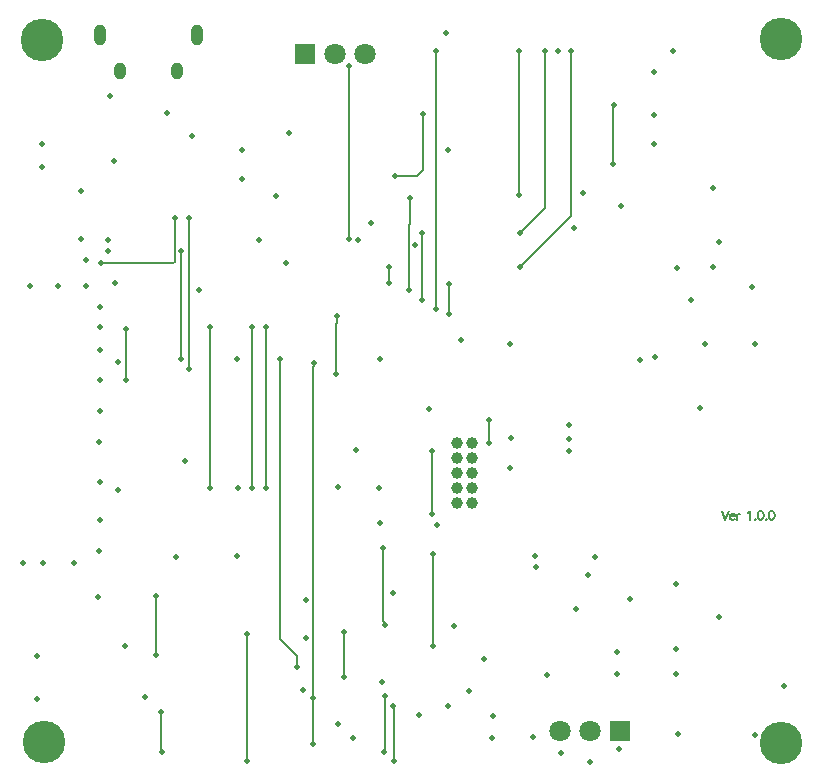
<source format=gbl>
G04*
G04 #@! TF.GenerationSoftware,Altium Limited,Altium Designer,23.1.1 (15)*
G04*
G04 Layer_Physical_Order=4*
G04 Layer_Color=16711680*
%FSLAX44Y44*%
%MOMM*%
G71*
G04*
G04 #@! TF.SameCoordinates,A7A263A4-54A1-4128-965A-35385578E642*
G04*
G04*
G04 #@! TF.FilePolarity,Positive*
G04*
G01*
G75*
%ADD18C,0.2032*%
%ADD113C,1.8000*%
%ADD114R,1.8000X1.8000*%
%ADD115C,1.0058*%
%ADD116O,1.0000X1.8000*%
%ADD117O,1.0000X1.4600*%
%ADD118C,3.6000*%
%ADD119C,0.5080*%
D18*
X280162Y79502D02*
Y117856D01*
X355055Y105546D02*
Y183257D01*
X314325Y16383D02*
Y62593D01*
X321945Y8255D02*
Y54017D01*
X314325Y62593D02*
X314706Y62974D01*
X313944Y16002D02*
X314325Y16383D01*
X321564Y54398D02*
X321945Y54017D01*
X125095Y16637D02*
X125476Y16256D01*
X125095Y16637D02*
Y48983D01*
X124714Y49364D02*
X125095Y48983D01*
X321945Y8255D02*
X322326Y7874D01*
X314706Y123698D02*
Y124523D01*
X312674Y126555D02*
Y188976D01*
Y126555D02*
X314706Y124523D01*
X253673Y61752D02*
Y342472D01*
X254179Y344603D02*
X254762Y345186D01*
X254179Y342977D02*
Y344603D01*
X253673Y342472D02*
X254179Y342977D01*
X253673Y22982D02*
Y61752D01*
X402899Y277114D02*
Y297180D01*
X354255Y217424D02*
Y270856D01*
X317881Y413131D02*
Y426339D01*
X317500Y412750D02*
X317881Y413131D01*
X334878Y435343D02*
X335073Y435149D01*
Y406699D02*
Y435149D01*
X334878Y435343D02*
Y462384D01*
X317881Y426339D02*
X318262Y426720D01*
X334878Y462384D02*
X335514Y463021D01*
X472263Y469977D02*
Y609020D01*
X429006Y426720D02*
X472263Y469977D01*
X335398Y485035D02*
X335514Y484919D01*
Y463021D02*
Y484919D01*
X346941Y508739D02*
Y556028D01*
X341758Y503556D02*
X346941Y508739D01*
X240167Y88226D02*
Y96958D01*
X225953Y111172D02*
X240167Y96958D01*
X197907Y8423D02*
X197948Y8382D01*
X197866Y115824D02*
X197907Y115783D01*
Y8423D02*
Y115783D01*
X345435Y398502D02*
Y455014D01*
X95023Y374170D02*
X95264Y373929D01*
Y331456D02*
Y373929D01*
Y331456D02*
X95504Y331216D01*
X135007Y429768D02*
X136273Y431034D01*
X74213Y429768D02*
X135007D01*
X136273Y431034D02*
Y468276D01*
X141853Y348408D02*
Y440332D01*
X148336Y340378D02*
Y467872D01*
X429006Y455359D02*
X450263Y476616D01*
X428263Y487212D02*
Y608956D01*
X369062Y387099D02*
Y411734D01*
X450263Y476616D02*
Y608956D01*
X507795Y513992D02*
Y563126D01*
X508032Y563363D01*
X357806Y390652D02*
Y608956D01*
X273330Y378738D02*
X273978Y379386D01*
Y385342D01*
X273330Y335534D02*
Y378738D01*
X284226Y449834D02*
Y596392D01*
X322662Y503556D02*
X341758D01*
X120574Y97726D02*
Y147645D01*
Y97726D02*
X120659Y97642D01*
X120489Y147730D02*
X120574Y147645D01*
X225953Y111172D02*
Y348408D01*
X507559Y513755D02*
X507795Y513992D01*
X166161Y239730D02*
X166370Y239522D01*
X165953Y375412D02*
X166161Y375204D01*
Y239730D02*
Y375204D01*
X201756Y239719D02*
Y375215D01*
Y239719D02*
X201953Y239522D01*
X201558Y375412D02*
X201756Y375215D01*
X213953Y239522D02*
Y375412D01*
X599753Y219962D02*
X602655Y212344D01*
X605558Y219962D02*
X602655Y212344D01*
X606537Y215246D02*
X610891D01*
Y215972D01*
X610528Y216697D01*
X610165Y217060D01*
X609439Y217423D01*
X608351D01*
X607626Y217060D01*
X606900Y216335D01*
X606537Y215246D01*
Y214521D01*
X606900Y213432D01*
X607626Y212707D01*
X608351Y212344D01*
X609439D01*
X610165Y212707D01*
X610891Y213432D01*
X612523Y217423D02*
Y212344D01*
Y215246D02*
X612886Y216335D01*
X613611Y217060D01*
X614337Y217423D01*
X615425D01*
X622100Y218511D02*
X622826Y218874D01*
X623914Y219962D01*
Y212344D01*
X628050Y213070D02*
X627687Y212707D01*
X628050Y212344D01*
X628413Y212707D01*
X628050Y213070D01*
X632258Y219962D02*
X631170Y219600D01*
X630444Y218511D01*
X630082Y216697D01*
Y215609D01*
X630444Y213795D01*
X631170Y212707D01*
X632258Y212344D01*
X632984D01*
X634072Y212707D01*
X634798Y213795D01*
X635160Y215609D01*
Y216697D01*
X634798Y218511D01*
X634072Y219600D01*
X632984Y219962D01*
X632258D01*
X637228Y213070D02*
X636866Y212707D01*
X637228Y212344D01*
X637591Y212707D01*
X637228Y213070D01*
X641437Y219962D02*
X640348Y219600D01*
X639623Y218511D01*
X639260Y216697D01*
Y215609D01*
X639623Y213795D01*
X640348Y212707D01*
X641437Y212344D01*
X642162D01*
X643251Y212707D01*
X643976Y213795D01*
X644339Y215609D01*
Y216697D01*
X643976Y218511D01*
X643251Y219600D01*
X642162Y219962D01*
X641437D01*
D113*
X462280Y33274D02*
D03*
X487680D02*
D03*
X271781Y607090D02*
D03*
X297181D02*
D03*
D114*
X513080Y33274D02*
D03*
X246381Y607090D02*
D03*
D115*
X388366Y226314D02*
D03*
X375666D02*
D03*
Y251714D02*
D03*
Y239014D02*
D03*
X388366Y251714D02*
D03*
Y239014D02*
D03*
Y264414D02*
D03*
Y277114D02*
D03*
X375666Y264414D02*
D03*
Y277114D02*
D03*
D116*
X155023Y622840D02*
D03*
X73023D02*
D03*
D117*
X138273Y592040D02*
D03*
X89773D02*
D03*
D118*
X24008Y618918D02*
D03*
X649732Y619252D02*
D03*
X25654Y24638D02*
D03*
X649732Y23368D02*
D03*
D119*
X442214Y172720D02*
D03*
X111506Y62230D02*
D03*
X625348Y409194D02*
D03*
X573278Y398272D02*
D03*
X585216Y360934D02*
D03*
X627634D02*
D03*
X79756Y439674D02*
D03*
Y449326D02*
D03*
X385826Y67818D02*
D03*
X312166Y75184D02*
D03*
X355055Y105546D02*
D03*
X321564Y54398D02*
D03*
X125476Y16256D02*
D03*
X560578Y81534D02*
D03*
X510794Y82042D02*
D03*
X510540Y100584D02*
D03*
X463296Y14986D02*
D03*
X488442Y7112D02*
D03*
X322326Y7874D02*
D03*
X512572Y18288D02*
D03*
X312674Y188976D02*
D03*
X451986Y81424D02*
D03*
X521970Y145034D02*
D03*
X486156Y165608D02*
D03*
X441882Y181610D02*
D03*
X492252Y181356D02*
D03*
X476250Y136652D02*
D03*
X280162Y79502D02*
D03*
Y117856D02*
D03*
X287528Y27432D02*
D03*
X313944Y16002D02*
D03*
X275082Y39624D02*
D03*
X247411Y112138D02*
D03*
X310388Y209804D02*
D03*
X157163Y406699D02*
D03*
X358648Y208280D02*
D03*
X354255Y217424D02*
D03*
Y270856D02*
D03*
X420878Y281432D02*
D03*
X402899Y297180D02*
D03*
Y277114D02*
D03*
X420624Y256032D02*
D03*
X470154Y270510D02*
D03*
Y281178D02*
D03*
X317500Y412750D02*
D03*
X335073Y406699D02*
D03*
X94234Y105410D02*
D03*
X129953Y556634D02*
D03*
X61214Y432816D02*
D03*
X366268Y624332D02*
D03*
X461263Y608956D02*
D03*
X472263Y609020D02*
D03*
X335398Y485035D02*
D03*
X482092Y489074D02*
D03*
X193191Y525858D02*
D03*
X207776Y449072D02*
D03*
X291966Y449625D02*
D03*
X302260Y463988D02*
D03*
X193191Y500601D02*
D03*
X368237Y525858D02*
D03*
X346941Y556028D02*
D03*
X420624Y361141D02*
D03*
X379180Y364608D02*
D03*
X245263Y67962D02*
D03*
X240167Y88226D02*
D03*
X57213Y491135D02*
D03*
X7620Y176276D02*
D03*
X25146Y175514D02*
D03*
X51562Y176276D02*
D03*
X72390Y185674D02*
D03*
X72773Y212344D02*
D03*
Y244378D02*
D03*
X72390Y278384D02*
D03*
X72773Y304378D02*
D03*
Y331216D02*
D03*
Y355918D02*
D03*
X73023Y375412D02*
D03*
X72773Y392684D02*
D03*
X61508Y410203D02*
D03*
X37555D02*
D03*
X13933D02*
D03*
X309898Y348408D02*
D03*
X189484D02*
D03*
X189953Y239522D02*
D03*
X189484Y181864D02*
D03*
X274320Y240284D02*
D03*
X309172Y239522D02*
D03*
X289975Y271564D02*
D03*
X144883Y262282D02*
D03*
X88138Y237490D02*
D03*
X88413Y345830D02*
D03*
X596846Y129764D02*
D03*
X343116Y47182D02*
D03*
X20066Y60452D02*
D03*
X71628Y147238D02*
D03*
X197948Y8382D02*
D03*
X284139Y449800D02*
D03*
X474613Y459799D02*
D03*
X339934Y445160D02*
D03*
X222453Y486409D02*
D03*
X137813Y180848D02*
D03*
X95504Y331216D02*
D03*
X95023Y374170D02*
D03*
X74213Y429768D02*
D03*
X85863Y412750D02*
D03*
X24008Y530883D02*
D03*
X151398Y537286D02*
D03*
X85023Y516084D02*
D03*
X57213Y449800D02*
D03*
X81953Y571319D02*
D03*
X148336Y340378D02*
D03*
X141853Y348408D02*
D03*
Y440332D02*
D03*
X148336Y467872D02*
D03*
X232845Y539729D02*
D03*
X230508Y429768D02*
D03*
X561488Y425687D02*
D03*
X514096Y477774D02*
D03*
X429006Y455359D02*
D03*
Y426720D02*
D03*
X428263Y487212D02*
D03*
X369062Y411734D02*
D03*
Y387099D02*
D03*
X345435Y398502D02*
D03*
X508032Y563363D02*
D03*
X557956Y608956D02*
D03*
X542036Y530755D02*
D03*
Y554863D02*
D03*
Y591956D02*
D03*
X357806Y390652D02*
D03*
X273978Y385342D02*
D03*
X345435Y455014D02*
D03*
X273330Y335534D02*
D03*
X591820Y493217D02*
D03*
X597662Y447548D02*
D03*
X580800Y306832D02*
D03*
X542742Y350168D02*
D03*
X530199Y347592D02*
D03*
X470333Y292378D02*
D03*
X352044Y306578D02*
D03*
X355055Y183257D02*
D03*
X284226Y596392D02*
D03*
X322662Y503556D02*
D03*
X314706Y62974D02*
D03*
X120489Y147730D02*
D03*
X120659Y97642D02*
D03*
X627380Y30480D02*
D03*
X562610Y31242D02*
D03*
X440177Y28702D02*
D03*
X405192Y27432D02*
D03*
X367859Y54974D02*
D03*
X405638Y46736D02*
D03*
X314706Y123698D02*
D03*
X254762Y345186D02*
D03*
X253673Y22982D02*
D03*
X247411Y144834D02*
D03*
X197866Y115824D02*
D03*
X124714Y49364D02*
D03*
X253673Y61752D02*
D03*
X507559Y513755D02*
D03*
X428263Y608956D02*
D03*
X357806D02*
D03*
X591820Y426212D02*
D03*
X450263Y608956D02*
D03*
X24008Y511246D02*
D03*
X136273Y468276D02*
D03*
X318262Y426720D02*
D03*
X560578Y102764D02*
D03*
Y157764D02*
D03*
X652272Y72136D02*
D03*
X321564Y150216D02*
D03*
X372952Y122546D02*
D03*
X398272Y94620D02*
D03*
X225953Y348408D02*
D03*
X213953Y375412D02*
D03*
X165953D02*
D03*
X201558D02*
D03*
X213953Y239522D02*
D03*
X201953D02*
D03*
X166370D02*
D03*
X20066Y97472D02*
D03*
M02*

</source>
